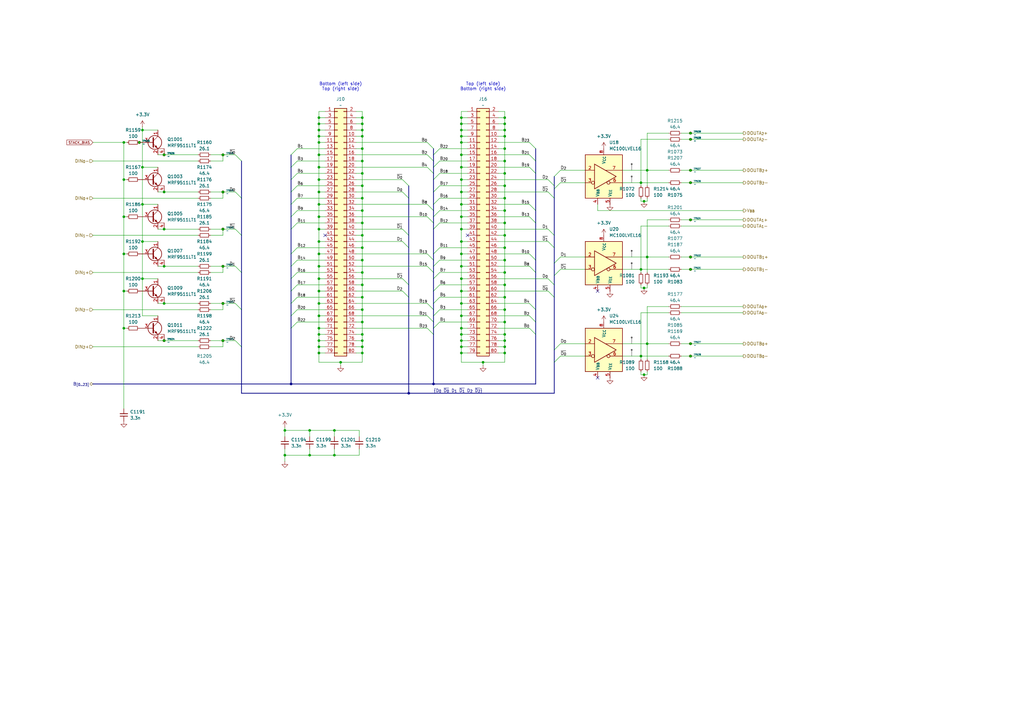
<source format=kicad_sch>
(kicad_sch (version 20231120) (generator "eeschema") (generator_version "8.0")
  (paper "A3")
  (junction (at 91.44 63.5))
  (junction (at 207.01 142.24))
  (junction (at 116.84 176.53))
  (junction (at 148.59 48.26))
  (junction (at 67.31 139.7))
  (junction (at 207.01 137.16))
  (junction (at 130.81 109.22))
  (junction (at 130.81 93.98))
  (junction (at 50.8 119.38))
  (junction (at 207.01 86.36))
  (junction (at 283.21 54.61))
  (junction (at 91.44 109.22))
  (junction (at 130.81 55.88))
  (junction (at 50.8 88.9))
  (junction (at 207.01 53.34))
  (junction (at 207.01 91.44))
  (junction (at 130.81 50.8))
  (junction (at 207.01 48.26))
  (junction (at 189.23 48.26))
  (junction (at 130.81 129.54))
  (junction (at 130.81 63.5))
  (junction (at 130.81 48.26))
  (junction (at 91.44 93.98))
  (junction (at 58.42 83.82))
  (junction (at 189.23 99.06))
  (junction (at 130.81 139.7))
  (junction (at 207.01 50.8))
  (junction (at 148.59 111.76))
  (junction (at 137.16 186.69))
  (junction (at 148.59 66.04))
  (junction (at 130.81 134.62))
  (junction (at 130.81 58.42))
  (junction (at 148.59 81.28))
  (junction (at 265.43 140.97))
  (junction (at 130.81 144.78))
  (junction (at 167.64 161.29))
  (junction (at 67.31 109.22))
  (junction (at 148.59 86.36))
  (junction (at 58.42 68.58))
  (junction (at 148.59 50.8))
  (junction (at 283.21 57.15))
  (junction (at 67.31 63.5))
  (junction (at 207.01 76.2))
  (junction (at 50.8 134.62))
  (junction (at 207.01 111.76))
  (junction (at 264.16 153.67))
  (junction (at 130.81 104.14))
  (junction (at 207.01 81.28))
  (junction (at 207.01 139.7))
  (junction (at 207.01 96.52))
  (junction (at 265.43 105.41))
  (junction (at 207.01 116.84))
  (junction (at 91.44 139.7))
  (junction (at 130.81 68.58))
  (junction (at 189.23 119.38))
  (junction (at 283.21 146.05))
  (junction (at 207.01 127))
  (junction (at 264.16 82.55))
  (junction (at 130.81 73.66))
  (junction (at 189.23 114.3))
  (junction (at 130.81 83.82))
  (junction (at 130.81 137.16))
  (junction (at 148.59 121.92))
  (junction (at 57.15 58.42))
  (junction (at 189.23 63.5))
  (junction (at 189.23 139.7))
  (junction (at 58.42 114.3))
  (junction (at 189.23 53.34))
  (junction (at 265.43 69.85))
  (junction (at 148.59 96.52))
  (junction (at 148.59 71.12))
  (junction (at 148.59 91.44))
  (junction (at 264.16 118.11))
  (junction (at 130.81 124.46))
  (junction (at 189.23 109.22))
  (junction (at 207.01 132.08))
  (junction (at 119.38 157.48))
  (junction (at 189.23 134.62))
  (junction (at 283.21 69.85))
  (junction (at 50.8 58.42))
  (junction (at 283.21 110.49))
  (junction (at 189.23 142.24))
  (junction (at 283.21 74.93))
  (junction (at 207.01 71.12))
  (junction (at 130.81 88.9))
  (junction (at 189.23 58.42))
  (junction (at 91.44 124.46))
  (junction (at 137.16 176.53))
  (junction (at 148.59 142.24))
  (junction (at 189.23 124.46))
  (junction (at 148.59 55.88))
  (junction (at 148.59 53.34))
  (junction (at 91.44 78.74))
  (junction (at 189.23 50.8))
  (junction (at 207.01 144.78))
  (junction (at 189.23 104.14))
  (junction (at 148.59 106.68))
  (junction (at 262.89 74.93))
  (junction (at 262.89 146.05))
  (junction (at 283.21 105.41))
  (junction (at 130.81 99.06))
  (junction (at 148.59 137.16))
  (junction (at 189.23 93.98))
  (junction (at 148.59 139.7))
  (junction (at 262.89 110.49))
  (junction (at 189.23 83.82))
  (junction (at 148.59 116.84))
  (junction (at 207.01 121.92))
  (junction (at 127 186.69))
  (junction (at 67.31 78.74))
  (junction (at 130.81 119.38))
  (junction (at 67.31 124.46))
  (junction (at 58.42 53.34))
  (junction (at 50.8 73.66))
  (junction (at 207.01 106.68))
  (junction (at 148.59 132.08))
  (junction (at 189.23 55.88))
  (junction (at 189.23 78.74))
  (junction (at 207.01 66.04))
  (junction (at 116.84 186.69))
  (junction (at 58.42 99.06))
  (junction (at 148.59 144.78))
  (junction (at 189.23 129.54))
  (junction (at 148.59 60.96))
  (junction (at 50.8 104.14))
  (junction (at 67.31 93.98))
  (junction (at 148.59 101.6))
  (junction (at 207.01 60.96))
  (junction (at 198.12 148.59))
  (junction (at 177.8 157.48))
  (junction (at 189.23 137.16))
  (junction (at 283.21 140.97))
  (junction (at 130.81 142.24))
  (junction (at 148.59 127))
  (junction (at 189.23 73.66))
  (junction (at 207.01 101.6))
  (junction (at 130.81 114.3))
  (junction (at 189.23 68.58))
  (junction (at 139.7 148.59))
  (junction (at 189.23 88.9))
  (junction (at 127 176.53))
  (junction (at 130.81 53.34))
  (junction (at 148.59 76.2))
  (junction (at 283.21 90.17))
  (junction (at 207.01 55.88))
  (junction (at 130.81 78.74))
  (junction (at 189.23 144.78))
  (no_connect (at 245.11 119.38))
  (no_connect (at 133.35 96.52))
  (no_connect (at 245.11 154.94))
  (no_connect (at 191.77 96.52))
  (bus_entry (at 119.38 78.74) (size 2.54 -2.54))
  (bus_entry (at 165.1 93.98) (size 2.54 2.54))
  (bus_entry (at 227.33 101.6) (size -2.54 -2.54))
  (bus_entry (at 177.8 119.38) (size 2.54 -2.54))
  (bus_entry (at 175.26 109.22) (size 2.54 2.54))
  (bus_entry (at 227.33 72.39) (size 2.54 -2.54))
  (bus_entry (at 217.17 58.42) (size 2.54 2.54))
  (bus_entry (at 175.26 134.62) (size 2.54 2.54))
  (bus_entry (at 177.8 73.66) (size 2.54 -2.54))
  (bus_entry (at 217.17 83.82) (size 2.54 2.54))
  (bus_entry (at 119.38 119.38) (size 2.54 -2.54))
  (bus_entry (at 217.17 88.9) (size 2.54 2.54))
  (bus_entry (at 165.1 114.3) (size 2.54 2.54))
  (bus_entry (at 217.17 134.62) (size 2.54 2.54))
  (bus_entry (at 175.26 68.58) (size 2.54 2.54))
  (bus_entry (at 217.17 104.14) (size 2.54 2.54))
  (bus_entry (at 96.52 93.98) (size 2.54 2.54))
  (bus_entry (at 119.38 109.22) (size 2.54 -2.54))
  (bus_entry (at 227.33 148.59) (size 2.54 -2.54))
  (bus_entry (at 119.38 114.3) (size 2.54 -2.54))
  (bus_entry (at 175.26 129.54) (size 2.54 2.54))
  (bus_entry (at 175.26 63.5) (size 2.54 2.54))
  (bus_entry (at 175.26 124.46) (size 2.54 2.54))
  (bus_entry (at 175.26 88.9) (size 2.54 2.54))
  (bus_entry (at 96.52 139.7) (size 2.54 2.54))
  (bus_entry (at 227.33 77.47) (size 2.54 -2.54))
  (bus_entry (at 165.1 99.06) (size 2.54 2.54))
  (bus_entry (at 227.33 81.28) (size -2.54 -2.54))
  (bus_entry (at 177.8 124.46) (size 2.54 -2.54))
  (bus_entry (at 119.38 124.46) (size 2.54 -2.54))
  (bus_entry (at 96.52 63.5) (size 2.54 2.54))
  (bus_entry (at 165.1 73.66) (size 2.54 2.54))
  (bus_entry (at 177.8 114.3) (size 2.54 -2.54))
  (bus_entry (at 165.1 78.74) (size 2.54 2.54))
  (bus_entry (at 119.38 68.58) (size 2.54 -2.54))
  (bus_entry (at 119.38 83.82) (size 2.54 -2.54))
  (bus_entry (at 227.33 143.51) (size 2.54 -2.54))
  (bus_entry (at 177.8 78.74) (size 2.54 -2.54))
  (bus_entry (at 119.38 93.98) (size 2.54 -2.54))
  (bus_entry (at 217.17 68.58) (size 2.54 2.54))
  (bus_entry (at 175.26 83.82) (size 2.54 2.54))
  (bus_entry (at 119.38 104.14) (size 2.54 -2.54))
  (bus_entry (at 175.26 104.14) (size 2.54 2.54))
  (bus_entry (at 227.33 121.92) (size -2.54 -2.54))
  (bus_entry (at 227.33 76.2) (size -2.54 -2.54))
  (bus_entry (at 217.17 124.46) (size 2.54 2.54))
  (bus_entry (at 177.8 63.5) (size 2.54 -2.54))
  (bus_entry (at 177.8 104.14) (size 2.54 -2.54))
  (bus_entry (at 177.8 88.9) (size 2.54 -2.54))
  (bus_entry (at 177.8 129.54) (size 2.54 -2.54))
  (bus_entry (at 119.38 134.62) (size 2.54 -2.54))
  (bus_entry (at 177.8 109.22) (size 2.54 -2.54))
  (bus_entry (at 119.38 63.5) (size 2.54 -2.54))
  (bus_entry (at 177.8 93.98) (size 2.54 -2.54))
  (bus_entry (at 217.17 129.54) (size 2.54 2.54))
  (bus_entry (at 175.26 58.42) (size 2.54 2.54))
  (bus_entry (at 96.52 78.74) (size 2.54 2.54))
  (bus_entry (at 217.17 109.22) (size 2.54 2.54))
  (bus_entry (at 177.8 134.62) (size 2.54 -2.54))
  (bus_entry (at 96.52 124.46) (size 2.54 2.54))
  (bus_entry (at 177.8 83.82) (size 2.54 -2.54))
  (bus_entry (at 119.38 129.54) (size 2.54 -2.54))
  (bus_entry (at 227.33 116.84) (size -2.54 -2.54))
  (bus_entry (at 119.38 88.9) (size 2.54 -2.54))
  (bus_entry (at 227.33 113.03) (size 2.54 -2.54))
  (bus_entry (at 165.1 119.38) (size 2.54 2.54))
  (bus_entry (at 119.38 73.66) (size 2.54 -2.54))
  (bus_entry (at 96.52 109.22) (size 2.54 2.54))
  (bus_entry (at 227.33 96.52) (size -2.54 -2.54))
  (bus_entry (at 217.17 63.5) (size 2.54 2.54))
  (bus_entry (at 177.8 68.58) (size 2.54 -2.54))
  (bus_entry (at 227.33 107.95) (size 2.54 -2.54))
  (wire (pts (xy 50.8 134.62) (xy 50.8 167.64)))
  (wire (pts (xy 130.81 78.74) (xy 130.81 83.82)))
  (wire (pts (xy 204.47 73.66) (xy 224.79 73.66)))
  (wire (pts (xy 148.59 101.6) (xy 146.05 101.6)))
  (wire (pts (xy 91.44 78.74) (xy 96.52 78.74)))
  (wire (pts (xy 229.87 74.93) (xy 240.03 74.93)))
  (wire (pts (xy 189.23 48.26) (xy 191.77 48.26)))
  (wire (pts (xy 64.77 139.7) (xy 67.31 139.7)))
  (wire (pts (xy 130.81 63.5) (xy 130.81 68.58)))
  (wire (pts (xy 274.32 140.97) (xy 265.43 140.97)))
  (wire (pts (xy 189.23 142.24) (xy 191.77 142.24)))
  (wire (pts (xy 148.59 127) (xy 148.59 132.08)))
  (bus (pts (xy 177.8 109.22) (xy 177.8 111.76)))
  (wire (pts (xy 38.1 81.28) (xy 81.28 81.28)))
  (wire (pts (xy 148.59 48.26) (xy 148.59 45.72)))
  (wire (pts (xy 279.4 125.73) (xy 304.8 125.73)))
  (wire (pts (xy 189.23 68.58) (xy 191.77 68.58)))
  (bus (pts (xy 227.33 148.59) (xy 227.33 161.29)))
  (wire (pts (xy 81.28 109.22) (xy 67.31 109.22)))
  (wire (pts (xy 130.81 73.66) (xy 133.35 73.66)))
  (wire (pts (xy 86.36 81.28) (xy 91.44 81.28)))
  (wire (pts (xy 127 176.53) (xy 116.84 176.53)))
  (wire (pts (xy 262.89 118.11) (xy 264.16 118.11)))
  (wire (pts (xy 207.01 142.24) (xy 207.01 139.7)))
  (bus (pts (xy 119.38 104.14) (xy 119.38 109.22)))
  (wire (pts (xy 130.81 104.14) (xy 130.81 109.22)))
  (wire (pts (xy 146.05 99.06) (xy 165.1 99.06)))
  (wire (pts (xy 189.23 83.82) (xy 189.23 88.9)))
  (wire (pts (xy 116.84 176.53) (xy 116.84 179.07)))
  (wire (pts (xy 148.59 111.76) (xy 146.05 111.76)))
  (wire (pts (xy 204.47 144.78) (xy 207.01 144.78)))
  (wire (pts (xy 50.8 58.42) (xy 50.8 73.66)))
  (wire (pts (xy 207.01 96.52) (xy 207.01 101.6)))
  (wire (pts (xy 58.42 53.34) (xy 58.42 68.58)))
  (wire (pts (xy 91.44 109.22) (xy 96.52 109.22)))
  (wire (pts (xy 148.59 76.2) (xy 148.59 81.28)))
  (wire (pts (xy 121.92 127) (xy 133.35 127)))
  (wire (pts (xy 189.23 93.98) (xy 191.77 93.98)))
  (bus (pts (xy 167.64 101.6) (xy 167.64 116.84)))
  (wire (pts (xy 204.47 50.8) (xy 207.01 50.8)))
  (wire (pts (xy 146.05 73.66) (xy 165.1 73.66)))
  (bus (pts (xy 219.71 91.44) (xy 219.71 106.68)))
  (wire (pts (xy 121.92 66.04) (xy 133.35 66.04)))
  (wire (pts (xy 279.4 128.27) (xy 304.8 128.27)))
  (wire (pts (xy 50.8 73.66) (xy 52.07 73.66)))
  (wire (pts (xy 207.01 101.6) (xy 207.01 106.68)))
  (wire (pts (xy 130.81 55.88) (xy 133.35 55.88)))
  (wire (pts (xy 217.17 88.9) (xy 204.47 88.9)))
  (wire (pts (xy 217.17 109.22) (xy 204.47 109.22)))
  (bus (pts (xy 177.8 132.08) (xy 177.8 134.62)))
  (wire (pts (xy 86.36 78.74) (xy 91.44 78.74)))
  (wire (pts (xy 189.23 124.46) (xy 191.77 124.46)))
  (wire (pts (xy 137.16 186.69) (xy 127 186.69)))
  (wire (pts (xy 180.34 86.36) (xy 191.77 86.36)))
  (wire (pts (xy 189.23 45.72) (xy 189.23 48.26)))
  (wire (pts (xy 189.23 58.42) (xy 189.23 63.5)))
  (wire (pts (xy 38.1 111.76) (xy 81.28 111.76)))
  (wire (pts (xy 180.34 111.76) (xy 191.77 111.76)))
  (wire (pts (xy 274.32 92.71) (xy 262.89 92.71)))
  (wire (pts (xy 130.81 58.42) (xy 130.81 63.5)))
  (wire (pts (xy 283.21 105.41) (xy 304.8 105.41)))
  (wire (pts (xy 148.59 91.44) (xy 148.59 96.52)))
  (wire (pts (xy 121.92 60.96) (xy 133.35 60.96)))
  (wire (pts (xy 146.05 45.72) (xy 148.59 45.72)))
  (wire (pts (xy 86.36 142.24) (xy 91.44 142.24)))
  (wire (pts (xy 255.27 110.49) (xy 262.89 110.49)))
  (wire (pts (xy 204.47 66.04) (xy 207.01 66.04)))
  (wire (pts (xy 217.17 63.5) (xy 204.47 63.5)))
  (bus (pts (xy 177.8 78.74) (xy 177.8 83.82)))
  (wire (pts (xy 148.59 116.84) (xy 146.05 116.84)))
  (wire (pts (xy 204.47 55.88) (xy 207.01 55.88)))
  (wire (pts (xy 116.84 186.69) (xy 116.84 189.23)))
  (bus (pts (xy 119.38 124.46) (xy 119.38 129.54)))
  (wire (pts (xy 121.92 86.36) (xy 133.35 86.36)))
  (bus (pts (xy 227.33 96.52) (xy 227.33 101.6)))
  (wire (pts (xy 189.23 148.59) (xy 198.12 148.59)))
  (wire (pts (xy 262.89 74.93) (xy 255.27 74.93)))
  (wire (pts (xy 91.44 142.24) (xy 91.44 139.7)))
  (wire (pts (xy 64.77 63.5) (xy 67.31 63.5)))
  (wire (pts (xy 130.81 50.8) (xy 130.81 48.26)))
  (wire (pts (xy 130.81 50.8) (xy 133.35 50.8)))
  (wire (pts (xy 130.81 119.38) (xy 130.81 124.46)))
  (wire (pts (xy 262.89 110.49) (xy 274.32 110.49)))
  (bus (pts (xy 219.71 86.36) (xy 219.71 91.44)))
  (wire (pts (xy 81.28 63.5) (xy 67.31 63.5)))
  (wire (pts (xy 148.59 60.96) (xy 146.05 60.96)))
  (wire (pts (xy 175.26 129.54) (xy 146.05 129.54)))
  (wire (pts (xy 130.81 124.46) (xy 130.81 129.54)))
  (wire (pts (xy 121.92 121.92) (xy 133.35 121.92)))
  (wire (pts (xy 130.81 134.62) (xy 130.81 137.16)))
  (bus (pts (xy 99.06 142.24) (xy 99.06 161.29)))
  (wire (pts (xy 207.01 86.36) (xy 207.01 91.44)))
  (wire (pts (xy 279.4 69.85) (xy 283.21 69.85)))
  (wire (pts (xy 148.59 132.08) (xy 146.05 132.08)))
  (wire (pts (xy 180.34 76.2) (xy 191.77 76.2)))
  (bus (pts (xy 219.71 60.96) (xy 219.71 66.04)))
  (wire (pts (xy 121.92 71.12) (xy 133.35 71.12)))
  (wire (pts (xy 262.89 82.55) (xy 264.16 82.55)))
  (bus (pts (xy 119.38 157.48) (xy 177.8 157.48)))
  (wire (pts (xy 148.59 111.76) (xy 148.59 116.84)))
  (wire (pts (xy 245.11 86.36) (xy 304.8 86.36)))
  (bus (pts (xy 119.38 134.62) (xy 119.38 157.48)))
  (wire (pts (xy 262.89 81.28) (xy 262.89 82.55)))
  (wire (pts (xy 189.23 124.46) (xy 189.23 129.54)))
  (bus (pts (xy 119.38 129.54) (xy 119.38 134.62)))
  (wire (pts (xy 38.1 96.52) (xy 81.28 96.52)))
  (wire (pts (xy 58.42 68.58) (xy 58.42 83.82)))
  (wire (pts (xy 189.23 78.74) (xy 191.77 78.74)))
  (bus (pts (xy 219.71 111.76) (xy 219.71 127)))
  (wire (pts (xy 204.47 53.34) (xy 207.01 53.34)))
  (wire (pts (xy 116.84 184.15) (xy 116.84 186.69)))
  (wire (pts (xy 265.43 54.61) (xy 265.43 69.85)))
  (wire (pts (xy 130.81 78.74) (xy 133.35 78.74)))
  (wire (pts (xy 207.01 144.78) (xy 207.01 142.24)))
  (wire (pts (xy 64.77 53.34) (xy 58.42 53.34)))
  (wire (pts (xy 189.23 63.5) (xy 189.23 68.58)))
  (wire (pts (xy 180.34 121.92) (xy 191.77 121.92)))
  (wire (pts (xy 265.43 90.17) (xy 265.43 105.41)))
  (wire (pts (xy 204.47 86.36) (xy 207.01 86.36)))
  (wire (pts (xy 189.23 48.26) (xy 189.23 50.8)))
  (wire (pts (xy 148.59 142.24) (xy 146.05 142.24)))
  (wire (pts (xy 175.26 63.5) (xy 146.05 63.5)))
  (wire (pts (xy 148.59 137.16) (xy 146.05 137.16)))
  (wire (pts (xy 148.59 144.78) (xy 148.59 148.59)))
  (wire (pts (xy 265.43 69.85) (xy 265.43 76.2)))
  (wire (pts (xy 116.84 175.26) (xy 116.84 176.53)))
  (wire (pts (xy 50.8 119.38) (xy 52.07 119.38)))
  (wire (pts (xy 175.26 109.22) (xy 146.05 109.22)))
  (wire (pts (xy 130.81 53.34) (xy 133.35 53.34)))
  (wire (pts (xy 147.32 176.53) (xy 147.32 179.07)))
  (wire (pts (xy 175.26 124.46) (xy 146.05 124.46)))
  (wire (pts (xy 229.87 105.41) (xy 240.03 105.41)))
  (wire (pts (xy 175.26 83.82) (xy 146.05 83.82)))
  (wire (pts (xy 130.81 144.78) (xy 130.81 142.24)))
  (bus (pts (xy 219.71 106.68) (xy 219.71 111.76)))
  (wire (pts (xy 139.7 148.59) (xy 130.81 148.59)))
  (bus (pts (xy 119.38 73.66) (xy 119.38 78.74)))
  (wire (pts (xy 207.01 148.59) (xy 207.01 144.78)))
  (wire (pts (xy 127 186.69) (xy 116.84 186.69)))
  (wire (pts (xy 279.4 105.41) (xy 283.21 105.41)))
  (bus (pts (xy 177.8 134.62) (xy 177.8 137.16)))
  (bus (pts (xy 177.8 114.3) (xy 177.8 119.38)))
  (wire (pts (xy 130.81 129.54) (xy 133.35 129.54)))
  (wire (pts (xy 265.43 125.73) (xy 274.32 125.73)))
  (wire (pts (xy 64.77 78.74) (xy 67.31 78.74)))
  (wire (pts (xy 198.12 148.59) (xy 207.01 148.59)))
  (wire (pts (xy 204.47 119.38) (xy 224.79 119.38)))
  (bus (pts (xy 177.8 119.38) (xy 177.8 124.46)))
  (wire (pts (xy 283.21 54.61) (xy 304.8 54.61)))
  (wire (pts (xy 148.59 139.7) (xy 148.59 142.24)))
  (bus (pts (xy 219.71 127) (xy 219.71 132.08)))
  (wire (pts (xy 130.81 109.22) (xy 133.35 109.22)))
  (wire (pts (xy 148.59 137.16) (xy 148.59 139.7)))
  (wire (pts (xy 148.59 106.68) (xy 148.59 111.76)))
  (bus (pts (xy 167.64 81.28) (xy 167.64 96.52)))
  (wire (pts (xy 130.81 142.24) (xy 133.35 142.24)))
  (wire (pts (xy 130.81 63.5) (xy 133.35 63.5)))
  (wire (pts (xy 148.59 71.12) (xy 146.05 71.12)))
  (wire (pts (xy 189.23 58.42) (xy 191.77 58.42)))
  (wire (pts (xy 121.92 76.2) (xy 133.35 76.2)))
  (wire (pts (xy 130.81 83.82) (xy 130.81 88.9)))
  (wire (pts (xy 50.8 88.9) (xy 52.07 88.9)))
  (wire (pts (xy 130.81 109.22) (xy 130.81 114.3)))
  (wire (pts (xy 189.23 104.14) (xy 189.23 109.22)))
  (wire (pts (xy 217.17 104.14) (xy 204.47 104.14)))
  (wire (pts (xy 64.77 99.06) (xy 58.42 99.06)))
  (wire (pts (xy 139.7 148.59) (xy 139.7 149.86)))
  (wire (pts (xy 81.28 78.74) (xy 67.31 78.74)))
  (bus (pts (xy 119.38 83.82) (xy 119.38 88.9)))
  (wire (pts (xy 91.44 124.46) (xy 96.52 124.46)))
  (wire (pts (xy 198.12 148.59) (xy 198.12 149.86)))
  (wire (pts (xy 207.01 106.68) (xy 207.01 111.76)))
  (wire (pts (xy 50.8 73.66) (xy 50.8 88.9)))
  (wire (pts (xy 91.44 111.76) (xy 91.44 109.22)))
  (wire (pts (xy 133.35 58.42) (xy 130.81 58.42)))
  (wire (pts (xy 146.05 144.78) (xy 148.59 144.78)))
  (wire (pts (xy 130.81 45.72) (xy 133.35 45.72)))
  (bus (pts (xy 227.33 161.29) (xy 167.64 161.29)))
  (wire (pts (xy 58.42 99.06) (xy 58.42 83.82)))
  (wire (pts (xy 279.4 146.05) (xy 283.21 146.05)))
  (wire (pts (xy 229.87 146.05) (xy 240.03 146.05)))
  (wire (pts (xy 64.77 93.98) (xy 67.31 93.98)))
  (wire (pts (xy 189.23 139.7) (xy 191.77 139.7)))
  (wire (pts (xy 189.23 119.38) (xy 191.77 119.38)))
  (wire (pts (xy 189.23 142.24) (xy 189.23 139.7)))
  (wire (pts (xy 58.42 68.58) (xy 64.77 68.58)))
  (wire (pts (xy 217.17 124.46) (xy 204.47 124.46)))
  (wire (pts (xy 189.23 137.16) (xy 191.77 137.16)))
  (wire (pts (xy 189.23 99.06) (xy 189.23 104.14)))
  (wire (pts (xy 180.34 91.44) (xy 191.77 91.44)))
  (bus (pts (xy 167.64 116.84) (xy 167.64 121.92)))
  (wire (pts (xy 207.01 91.44) (xy 207.01 96.52)))
  (wire (pts (xy 91.44 66.04) (xy 91.44 63.5)))
  (bus (pts (xy 167.64 76.2) (xy 167.64 81.28)))
  (wire (pts (xy 86.36 111.76) (xy 91.44 111.76)))
  (wire (pts (xy 121.92 116.84) (xy 133.35 116.84)))
  (wire (pts (xy 204.47 139.7) (xy 207.01 139.7)))
  (wire (pts (xy 86.36 124.46) (xy 91.44 124.46)))
  (wire (pts (xy 262.89 74.93) (xy 262.89 57.15)))
  (bus (pts (xy 119.38 119.38) (xy 119.38 124.46)))
  (bus (pts (xy 219.71 132.08) (xy 219.71 137.16)))
  (wire (pts (xy 262.89 146.05) (xy 262.89 147.32)))
  (wire (pts (xy 217.17 129.54) (xy 204.47 129.54)))
  (wire (pts (xy 81.28 139.7) (xy 67.31 139.7)))
  (wire (pts (xy 38.1 142.24) (xy 81.28 142.24)))
  (wire (pts (xy 175.26 68.58) (xy 146.05 68.58)))
  (bus (pts (xy 227.33 81.28) (xy 227.33 96.52)))
  (wire (pts (xy 279.4 57.15) (xy 283.21 57.15)))
  (wire (pts (xy 121.92 91.44) (xy 133.35 91.44)))
  (wire (pts (xy 279.4 92.71) (xy 304.8 92.71)))
  (wire (pts (xy 175.26 134.62) (xy 146.05 134.62)))
  (wire (pts (xy 130.81 142.24) (xy 130.81 139.7)))
  (wire (pts (xy 133.35 144.78) (xy 130.81 144.78)))
  (wire (pts (xy 64.77 129.54) (xy 58.42 129.54)))
  (wire (pts (xy 130.81 88.9) (xy 130.81 93.98)))
  (wire (pts (xy 189.23 88.9) (xy 189.23 93.98)))
  (wire (pts (xy 130.81 48.26) (xy 133.35 48.26)))
  (bus (pts (xy 38.1 157.48) (xy 119.38 157.48)))
  (wire (pts (xy 279.4 90.17) (xy 283.21 90.17)))
  (wire (pts (xy 264.16 118.11) (xy 265.43 118.11)))
  (wire (pts (xy 130.81 104.14) (xy 133.35 104.14)))
  (wire (pts (xy 146.05 48.26) (xy 148.59 48.26)))
  (wire (pts (xy 189.23 114.3) (xy 191.77 114.3)))
  (wire (pts (xy 130.81 58.42) (xy 130.81 55.88)))
  (bus (pts (xy 177.8 93.98) (xy 177.8 104.14)))
  (wire (pts (xy 86.36 63.5) (xy 91.44 63.5)))
  (bus (pts (xy 99.06 111.76) (xy 99.06 127)))
  (wire (pts (xy 207.01 137.16) (xy 204.47 137.16)))
  (wire (pts (xy 180.34 81.28) (xy 191.77 81.28)))
  (wire (pts (xy 137.16 176.53) (xy 137.16 179.07)))
  (wire (pts (xy 86.36 139.7) (xy 91.44 139.7)))
  (wire (pts (xy 91.44 139.7) (xy 96.52 139.7)))
  (wire (pts (xy 50.8 88.9) (xy 50.8 104.14)))
  (wire (pts (xy 191.77 45.72) (xy 189.23 45.72)))
  (wire (pts (xy 279.4 54.61) (xy 283.21 54.61)))
  (wire (pts (xy 283.21 110.49) (xy 304.8 110.49)))
  (bus (pts (xy 177.8 104.14) (xy 177.8 106.68)))
  (wire (pts (xy 130.81 114.3) (xy 130.81 119.38)))
  (wire (pts (xy 217.17 134.62) (xy 204.47 134.62)))
  (bus (pts (xy 219.71 137.16) (xy 219.71 157.48)))
  (bus (pts (xy 227.33 121.92) (xy 227.33 143.51)))
  (wire (pts (xy 58.42 83.82) (xy 64.77 83.82)))
  (wire (pts (xy 148.59 106.68) (xy 146.05 106.68)))
  (bus (pts (xy 177.8 111.76) (xy 177.8 114.3)))
  (wire (pts (xy 189.23 50.8) (xy 191.77 50.8)))
  (wire (pts (xy 262.89 92.71) (xy 262.89 110.49)))
  (wire (pts (xy 91.44 81.28) (xy 91.44 78.74)))
  (wire (pts (xy 207.01 60.96) (xy 207.01 66.04)))
  (wire (pts (xy 207.01 132.08) (xy 207.01 137.16)))
  (wire (pts (xy 91.44 93.98) (xy 96.52 93.98)))
  (bus (pts (xy 99.06 66.04) (xy 99.06 81.28)))
  (wire (pts (xy 207.01 55.88) (xy 207.01 60.96)))
  (wire (pts (xy 146.05 55.88) (xy 148.59 55.88)))
  (wire (pts (xy 148.59 55.88) (xy 148.59 53.34)))
  (wire (pts (xy 207.01 111.76) (xy 207.01 116.84)))
  (bus (pts (xy 177.8 73.66) (xy 177.8 78.74)))
  (wire (pts (xy 175.26 58.42) (xy 146.05 58.42)))
  (wire (pts (xy 204.47 81.28) (xy 207.01 81.28)))
  (wire (pts (xy 130.81 93.98) (xy 130.81 99.06)))
  (wire (pts (xy 121.92 106.68) (xy 133.35 106.68)))
  (wire (pts (xy 265.43 69.85) (xy 274.32 69.85)))
  (wire (pts (xy 146.05 78.74) (xy 165.1 78.74)))
  (wire (pts (xy 180.34 132.08) (xy 191.77 132.08)))
  (wire (pts (xy 91.44 127) (xy 91.44 124.46)))
  (wire (pts (xy 58.42 114.3) (xy 58.42 99.06)))
  (wire (pts (xy 207.01 55.88) (xy 207.01 53.34)))
  (wire (pts (xy 58.42 52.07) (xy 58.42 53.34)))
  (wire (pts (xy 130.81 48.26) (xy 130.81 45.72)))
  (wire (pts (xy 180.34 101.6) (xy 191.77 101.6)))
  (wire (pts (xy 91.44 96.52) (xy 91.44 93.98)))
  (wire (pts (xy 262.89 152.4) (xy 262.89 153.67)))
  (wire (pts (xy 229.87 140.97) (xy 240.03 140.97)))
  (wire (pts (xy 148.59 101.6) (xy 148.59 106.68)))
  (wire (pts (xy 265.43 118.11) (xy 265.43 116.84)))
  (wire (pts (xy 189.23 73.66) (xy 189.23 78.74)))
  (wire (pts (xy 189.23 144.78) (xy 189.23 148.59)))
  (bus (pts (xy 167.64 121.92) (xy 167.64 161.29)))
  (wire (pts (xy 180.34 66.04) (xy 191.77 66.04)))
  (bus (pts (xy 119.38 109.22) (xy 119.38 114.3)))
  (wire (pts (xy 180.34 60.96) (xy 191.77 60.96)))
  (wire (pts (xy 148.59 86.36) (xy 148.59 91.44)))
  (wire (pts (xy 130.81 88.9) (xy 133.35 88.9)))
  (bus (pts (xy 99.06 96.52) (xy 99.06 111.76)))
  (wire (pts (xy 262.89 110.49) (xy 262.89 111.76)))
  (wire (pts (xy 130.81 53.34) (xy 130.81 50.8)))
  (wire (pts (xy 137.16 184.15) (xy 137.16 186.69)))
  (wire (pts (xy 189.23 129.54) (xy 189.23 134.62)))
  (wire (pts (xy 86.36 93.98) (xy 91.44 93.98)))
  (bus (pts (xy 177.8 68.58) (xy 177.8 71.12)))
  (wire (pts (xy 204.47 142.24) (xy 207.01 142.24)))
  (wire (pts (xy 130.81 148.59) (xy 130.81 144.78)))
  (wire (pts (xy 147.32 176.53) (xy 137.16 176.53)))
  (wire (pts (xy 204.47 48.26) (xy 207.01 48.26)))
  (wire (pts (xy 255.27 140.97) (xy 265.43 140.97)))
  (bus (pts (xy 119.38 93.98) (xy 119.38 104.14)))
  (wire (pts (xy 262.89 146.05) (xy 274.32 146.05)))
  (wire (pts (xy 64.77 124.46) (xy 67.31 124.46)))
  (wire (pts (xy 130.81 55.88) (xy 130.81 53.34)))
  (bus (pts (xy 177.8 106.68) (xy 177.8 109.22)))
  (wire (pts (xy 180.34 116.84) (xy 191.77 116.84)))
  (bus (pts (xy 177.8 88.9) (xy 177.8 91.44)))
  (wire (pts (xy 262.89 153.67) (xy 264.16 153.67)))
  (wire (pts (xy 189.23 109.22) (xy 191.77 109.22)))
  (wire (pts (xy 265.43 105.41) (xy 274.32 105.41)))
  (wire (pts (xy 189.23 73.66) (xy 191.77 73.66)))
  (bus (pts (xy 177.8 124.46) (xy 177.8 127)))
  (wire (pts (xy 130.81 99.06) (xy 133.35 99.06)))
  (bus (pts (xy 177.8 157.48) (xy 219.71 157.48)))
  (wire (pts (xy 86.36 109.22) (xy 91.44 109.22)))
  (wire (pts (xy 130.81 139.7) (xy 130.81 137.16)))
  (wire (pts (xy 189.23 63.5) (xy 191.77 63.5)))
  (bus (pts (xy 177.8 137.16) (xy 177.8 157.48)))
  (bus (pts (xy 219.71 71.12) (xy 219.71 86.36)))
  (wire (pts (xy 189.23 109.22) (xy 189.23 114.3)))
  (wire (pts (xy 148.59 53.34) (xy 148.59 50.8)))
  (wire (pts (xy 148.59 121.92) (xy 146.05 121.92)))
  (bus (pts (xy 119.38 114.3) (xy 119.38 119.38)))
  (wire (pts (xy 148.59 66.04) (xy 146.05 66.04)))
  (bus (pts (xy 219.71 66.04) (xy 219.71 71.12)))
  (wire (pts (xy 204.47 76.2) (xy 207.01 76.2)))
  (wire (pts (xy 255.27 69.85) (xy 265.43 69.85)))
  (wire (pts (xy 148.59 81.28) (xy 148.59 86.36)))
  (wire (pts (xy 148.59 60.96) (xy 148.59 66.04)))
  (wire (pts (xy 121.92 132.08) (xy 133.35 132.08)))
  (wire (pts (xy 279.4 110.49) (xy 283.21 110.49)))
  (wire (pts (xy 130.81 134.62) (xy 133.35 134.62)))
  (wire (pts (xy 207.01 139.7) (xy 207.01 137.16)))
  (bus (pts (xy 177.8 60.96) (xy 177.8 63.5)))
  (wire (pts (xy 262.89 74.93) (xy 262.89 76.2)))
  (wire (pts (xy 204.47 101.6) (xy 207.01 101.6)))
  (wire (pts (xy 38.1 66.04) (xy 81.28 66.04)))
  (wire (pts (xy 207.01 66.04) (xy 207.01 71.12)))
  (wire (pts (xy 148.59 81.28) (xy 146.05 81.28)))
  (bus (pts (xy 119.38 63.5) (xy 119.38 68.58)))
  (wire (pts (xy 50.8 104.14) (xy 50.8 119.38)))
  (bus (pts (xy 177.8 91.44) (xy 177.8 93.98)))
  (wire (pts (xy 130.81 83.82) (xy 133.35 83.82)))
  (wire (pts (xy 229.87 69.85) (xy 240.03 69.85)))
  (wire (pts (xy 64.77 114.3) (xy 58.42 114.3)))
  (bus (pts (xy 177.8 63.5) (xy 177.8 66.04)))
  (wire (pts (xy 148.59 50.8) (xy 148.59 48.26)))
  (wire (pts (xy 175.26 104.14) (xy 146.05 104.14)))
  (wire (pts (xy 127 176.53) (xy 127 179.07)))
  (wire (pts (xy 265.43 90.17) (xy 274.32 90.17)))
  (wire (pts (xy 189.23 134.62) (xy 191.77 134.62)))
  (wire (pts (xy 189.23 114.3) (xy 189.23 119.38)))
  (wire (pts (xy 130.81 99.06) (xy 130.81 104.14)))
  (wire (pts (xy 204.47 132.08) (xy 207.01 132.08)))
  (wire (pts (xy 146.05 53.34) (xy 148.59 53.34)))
  (wire (pts (xy 148.59 71.12) (xy 148.59 76.2)))
  (wire (pts (xy 130.81 68.58) (xy 130.81 73.66)))
  (wire (pts (xy 130.81 73.66) (xy 130.81 78.74)))
  (wire (pts (xy 207.01 76.2) (xy 207.01 81.28)))
  (wire (pts (xy 146.05 93.98) (xy 165.1 93.98)))
  (wire (pts (xy 265.43 140.97) (xy 265.43 125.73)))
  (wire (pts (xy 189.23 55.88) (xy 191.77 55.88)))
  (bus (pts (xy 227.33 113.03) (xy 227.33 116.84)))
  (wire (pts (xy 283.21 90.17) (xy 304.8 90.17)))
  (wire (pts (xy 217.17 68.58) (xy 204.47 68.58)))
  (wire (pts (xy 262.89 128.27) (xy 262.89 146.05)))
  (wire (pts (xy 121.92 81.28) (xy 133.35 81.28)))
  (wire (pts (xy 86.36 96.52) (xy 91.44 96.52)))
  (bus (pts (xy 167.64 96.52) (xy 167.64 101.6)))
  (wire (pts (xy 58.42 129.54) (xy 58.42 114.3)))
  (wire (pts (xy 148.59 132.08) (xy 148.59 137.16)))
  (wire (pts (xy 148.59 144.78) (xy 148.59 142.24)))
  (wire (pts (xy 189.23 119.38) (xy 189.23 124.46)))
  (wire (pts (xy 189.23 68.58) (xy 189.23 73.66)))
  (wire (pts (xy 121.92 111.76) (xy 133.35 111.76)))
  (wire (pts (xy 86.36 127) (xy 91.44 127)))
  (bus (pts (xy 99.06 81.28) (xy 99.06 96.52)))
  (wire (pts (xy 130.81 114.3) (xy 133.35 114.3)))
  (wire (pts (xy 175.26 88.9) (xy 146.05 88.9)))
  (wire (pts (xy 146.05 139.7) (xy 148.59 139.7)))
  (bus (pts (xy 119.38 88.9) (xy 119.38 93.98)))
  (wire (pts (xy 38.1 58.42) (xy 50.8 58.42)))
  (wire (pts (xy 189.23 53.34) (xy 191.77 53.34)))
  (wire (pts (xy 189.23 50.8) (xy 189.23 53.34)))
  (bus (pts (xy 177.8 66.04) (xy 177.8 68.58)))
  (wire (pts (xy 127 184.15) (xy 127 186.69)))
  (bus (pts (xy 177.8 129.54) (xy 177.8 132.08)))
  (wire (pts (xy 274.32 128.27) (xy 262.89 128.27)))
  (wire (pts (xy 148.59 76.2) (xy 146.05 76.2)))
  (wire (pts (xy 207.01 116.84) (xy 207.01 121.92)))
  (wire (pts (xy 217.17 58.42) (xy 204.47 58.42)))
  (wire (pts (xy 130.81 119.38) (xy 133.35 119.38)))
  (bus (pts (xy 177.8 127) (xy 177.8 129.54)))
  (wire (pts (xy 148.59 116.84) (xy 148.59 121.92)))
  (wire (pts (xy 207.01 53.34) (xy 207.01 50.8)))
  (wire (pts (xy 148.59 121.92) (xy 148.59 127)))
  (wire (pts (xy 148.59 148.59) (xy 139.7 148.59)))
  (wire (pts (xy 207.01 81.28) (xy 207.01 86.36)))
  (wire (pts (xy 265.43 82.55) (xy 265.43 81.28)))
  (wire (pts (xy 64.77 109.22) (xy 67.31 109.22)))
  (bus (pts (xy 227.33 77.47) (xy 227.33 81.28)))
  (wire (pts (xy 121.92 101.6) (xy 133.35 101.6)))
  (wire (pts (xy 265.43 105.41) (xy 265.43 111.76)))
  (wire (pts (xy 91.44 63.5) (xy 96.52 63.5)))
  (wire (pts (xy 130.81 124.46) (xy 133.35 124.46)))
  (wire (pts (xy 262.89 116.84) (xy 262.89 118.11)))
  (wire (pts (xy 204.47 121.92) (xy 207.01 121.92)))
  (wire (pts (xy 204.47 111.76) (xy 207.01 111.76)))
  (wire (pts (xy 245.11 83.82) (xy 245.11 86.36)))
  (wire (pts (xy 217.17 83.82) (xy 204.47 83.82)))
  (wire (pts (xy 204.47 106.68) (xy 207.01 106.68)))
  (wire (pts (xy 81.28 124.46) (xy 67.31 124.46)))
  (wire (pts (xy 189.23 99.06) (xy 191.77 99.06)))
  (wire (pts (xy 86.36 66.04) (xy 91.44 66.04)))
  (wire (pts (xy 204.47 71.12) (xy 207.01 71.12)))
  (bus (pts (xy 167.64 161.29) (xy 99.06 161.29)))
  (wire (pts (xy 204.47 116.84) (xy 207.01 116.84)))
  (wire (pts (xy 204.47 93.98) (xy 224.79 93.98)))
  (wire (pts (xy 204.47 99.06) (xy 224.79 99.06)))
  (wire (pts (xy 189.23 55.88) (xy 189.23 58.42)))
  (wire (pts (xy 189.23 53.34) (xy 189.23 55.88)))
  (wire (pts (xy 255.27 146.05) (xy 262.89 146.05)))
  (bus (pts (xy 119.38 68.58) (xy 119.38 73.66)))
  (wire (pts (xy 207.01 127) (xy 207.01 132.08)))
  (wire (pts (xy 50.8 104.14) (xy 52.07 104.14)))
  (wire (pts (xy 283.21 57.15) (xy 304.8 57.15)))
  (wire (pts (xy 189.23 129.54) (xy 191.77 129.54)))
  (wire (pts (xy 207.01 48.26) (xy 207.01 45.72)))
  (bus (pts (xy 177.8 83.82) (xy 177.8 86.36)))
  (wire (pts (xy 283.21 146.05) (xy 304.8 146.05)))
  (wire (pts (xy 207.01 45.72) (xy 204.47 45.72)))
  (wire (pts (xy 130.81 139.7) (xy 133.35 139.7)))
  (wire (pts (xy 180.34 71.12) (xy 191.77 71.12)))
  (wire (pts (xy 207.01 50.8) (xy 207.01 48.26)))
  (wire (pts (xy 283.21 140.97) (xy 304.8 140.97)))
  (wire (pts (xy 279.4 74.93) (xy 283.21 74.93)))
  (wire (pts (xy 148.59 96.52) (xy 146.05 96.52)))
  (wire (pts (xy 204.47 60.96) (xy 207.01 60.96)))
  (wire (pts (xy 130.81 68.58) (xy 133.35 68.58)))
  (wire (pts (xy 189.23 78.74) (xy 189.23 83.82)))
  (wire (pts (xy 137.16 176.53) (xy 127 176.53)))
  (wire (pts (xy 81.28 93.98) (xy 67.31 93.98)))
  (wire (pts (xy 146.05 114.3) (xy 165.1 114.3)))
  (wire (pts (xy 146.05 119.38) (xy 165.1 119.38)))
  (wire (pts (xy 81.28 127) (xy 38.1 127)))
  (bus (pts (xy 177.8 71.12) (xy 177.8 73.66)))
  (wire (pts (xy 283.21 74.93) (xy 304.8 74.93)))
  (wire (pts (xy 283.21 69.85) (xy 304.8 69.85)))
  (wire (pts (xy 148.59 96.52) (xy 148.59 101.6)))
  (wire (pts (xy 274.32 54.61) (xy 265.43 54.61)))
  (wire (pts (xy 265.43 140.97) (xy 265.43 147.32)))
  (wire (pts (xy 262.89 57.15) (xy 274.32 57.15)))
  (wire (pts (xy 146.05 50.8) (xy 148.59 50.8)))
  (wire (pts (xy 50.8 58.42) (xy 52.07 58.42)))
  (wire (pts (xy 180.34 106.68) (xy 191.77 106.68)))
  (wire (pts (xy 265.43 153.67) (xy 265.43 152.4)))
  (wire (pts (xy 279.4 140.97) (xy 283.21 140.97)))
  (wire (pts (xy 262.89 74.93) (xy 274.32 74.93)))
  (bus (pts (xy 227.33 116.84) (xy 227.33 121.92)))
  (wire (pts (xy 50.8 134.62) (xy 52.07 134.62)))
  (bus (pts (xy 227.33 107.95) (xy 227.33 113.03)))
  (wire (pts (xy 148.59 86.36) (xy 146.05 86.36)))
  (wire (pts (xy 189.23 144.78) (xy 189.23 142.24)))
  (bus (pts (xy 227.33 101.6) (xy 227.33 107.95)))
  (bus (pts (xy 227.33 72.39) (xy 227.33 76.2)))
  (wire (pts (xy 189.23 137.16) (xy 189.23 134.62)))
  (wire (pts (xy 264.16 153.67) (xy 265.43 153.67)))
  (bus (pts (xy 227.33 143.51) (xy 227.33 148.59)))
  (wire (pts (xy 50.8 119.38) (xy 50.8 134.62)))
  (wire (pts (xy 147.32 184.15) (xy 147.32 186.69)))
  (wire (pts (xy 207.01 121.92) (xy 207.01 127)))
  (bus (pts (xy 119.38 78.74) (xy 119.38 83.82)))
  (wire (pts (xy 191.77 144.78) (xy 189.23 144.78)))
  (wire (pts (xy 204.47 91.44) (xy 207.01 91.44)))
  (wire (pts (xy 189.23 83.82) (xy 191.77 83.82)))
  (wire (pts (xy 189.23 104.14) (xy 191.77 104.14)))
  (wire (pts (xy 264.16 82.55) (xy 265.43 82.55)))
  (bus (pts (xy 227.33 76.2) (xy 227.33 77.47)))
  (wire (pts (xy 130.81 137.16) (xy 133.35 137.16)))
  (wire (pts (xy 148.59 91.44) (xy 146.05 91.44)))
  (wire (pts (xy 130.81 129.54) (xy 130.81 134.62)))
  (wire (pts (xy 189.23 139.7) (xy 189.23 137.16)))
  (wire (pts (xy 265.43 105.41) (xy 255.27 105.41)))
  (wire (pts (xy 189.23 88.9) (xy 191.77 88.9)))
  (wire (pts (xy 148.59 66.04) (xy 148.59 71.12)))
  (bus (pts (xy 177.8 86.36) (xy 177.8 88.9)))
  (wire (pts (xy 189.23 93.98) (xy 189.23 99.06)))
  (wire (pts (xy 229.87 110.49) (xy 240.03 110.49)))
  (wire (pts (xy 204.47 78.74) (xy 224.79 78.74)))
  (wire (pts (xy 148.59 127) (xy 146.05 127)))
  (wire (pts (xy 204.47 127) (xy 207.01 127)))
  (wire (pts (xy 148.59 55.88) (xy 148.59 60.96)))
  (wire (pts (xy 204.47 96.52) (xy 207.01 96.52)))
  (wire (pts (xy 180.34 127) (xy 191.77 127)))
  (wire (pts (xy 130.81 93.98) (xy 133.35 93.98)))
  (wire (pts (xy 147.32 186.69) (xy 137.16 186.69)))
  (wire (pts (xy 204.47 114.3) (xy 224.79 114.3)))
  (bus (pts (xy 99.06 127) (xy 99.06 142.24)))
  (wire (pts (xy 207.01 71.12) (xy 207.01 76.2)))
  (text "Bottom (left side)\nTop (right side)" (at 139.7 35.56 0) (effects (font (size 1.27 1.27))))
  (text "Top (left side)\nBottom (right side)" (at 198.12 35.56 0) (effects (font (size 1.27 1.27))))
  (label "B_{18}" (at 121.92 121.92 0))
  (label "B_{13}" (at 175.26 104.14 180))
  (label "B_{8}" (at 217.17 109.22 180))
  (label "B_{18}" (at 180.34 71.12 0))
  (label "B_{16}" (at 121.92 111.76 0))
  (label "B_{23}" (at 175.26 134.62 180))
  (label "B_{17}" (at 121.92 116.84 0))
  (label "~{D_{1}}" (at 229.87 110.49 0))
  (label "B_{4}" (at 175.26 68.58 180))
  (label "D_{2}" (at 165.1 119.38 180))
  (label "B_{0}" (at 217.17 134.62 180))
  (label "D_{2}" (at 224.79 73.66 180))
  (label "B_{14}" (at 180.34 86.36 0))
  (label "~{D_{2}}" (at 165.1 114.3 180))
  (label "D_{2}" (at 229.87 69.85 0))
  (label "B_{19}" (at 217.17 68.58 180))
  (label "B_{22}" (at 180.34 60.96 0))
  (label "~{D_{2}}" (at 96.52 124.46 180))
  (label "B_{6}" (at 180.34 116.84 0))
  (label "B_{12}" (at 121.92 101.6 0))
  (label "B_{9}" (at 180.34 106.68 0))
  (label "B_{23}" (at 217.17 58.42 180))
  (label "D_{1}" (at 165.1 99.06 180))
  (label "B_{8}" (at 175.26 83.82 180))
  (label "B_{5}" (at 121.92 71.12 0))
  (label "{D_{0} ~{D_{0}} D_{1} ~{D_{1}} D_{2} ~{D_{2}}}" (at 177.8 161.29 0))
  (label "B_{2}" (at 175.26 63.5 180))
  (label "~{D_{0}}" (at 165.1 73.66 180))
  (label "B_{11}" (at 121.92 91.44 0))
  (label "B_{21}" (at 217.17 63.5 180))
  (label "D_{2}" (at 96.52 139.7 180))
  (label "D_{1}" (at 229.87 105.41 0))
  (label "B_{14}" (at 121.92 106.68 0))
  (label "B_{15}" (at 217.17 83.82 180))
  (label "B_{1}" (at 180.34 132.08 0))
  (label "B_{2}" (at 217.17 129.54 180))
  (label "~{D_{0}}" (at 229.87 146.05 0))
  (label "B_{10}" (at 217.17 104.14 180))
  (label "B_{11}" (at 180.34 101.6 0))
  (label "B_{16}" (at 180.34 81.28 0))
  (label "B_{20}" (at 121.92 127 0))
  (label "B_{7}" (at 121.92 81.28 0))
  (label "B_{21}" (at 175.26 129.54 180))
  (label "B_{6}" (at 121.92 76.2 0))
  (label "B_{4}" (at 217.17 124.46 180))
  (label "B_{12}" (at 180.34 91.44 0))
  (label "~{D_{2}}" (at 229.87 74.93 0))
  (label "~{D_{0}}" (at 96.52 63.5 180))
  (label "D_{1}" (at 224.79 93.98 180))
  (label "B_{3}" (at 121.92 66.04 0))
  (label "B_{20}" (at 180.34 66.04 0))
  (label "B_{3}" (at 180.34 127 0))
  (label "B_{9}" (at 121.92 86.36 0))
  (label "D_{0}" (at 96.52 78.74 180))
  (label "D_{0}" (at 224.79 114.3 180))
  (label "B_{7}" (at 180.34 111.76 0))
  (label "B_{19}" (at 175.26 124.46 180))
  (label "B_{0}" (at 175.26 58.42 180))
  (label "~{D_{1}}" (at 224.79 99.06 180))
  (label "B_{10}" (at 175.26 88.9 180))
  (label "B_{13}" (at 217.17 88.9 180))
  (label "~{D_{1}}" (at 96.52 93.98 180))
  (label "B_{15}" (at 175.26 109.22 180))
  (label "~{D_{1}}" (at 165.1 93.98 180))
  (label "D_{0}" (at 165.1 78.74 180))
  (label "B_{5}" (at 180.34 121.92 0))
  (label "~{D_{2}}" (at 224.79 78.74 180))
  (label "D_{1}" (at 96.52 109.22 180))
  (label "B_{22}" (at 121.92 132.08 0))
  (label "B_{1}" (at 121.92 60.96 0))
  (label "~{D_{0}}" (at 224.79 119.38 180))
  (label "D_{0}" (at 229.87 140.97 0))
  (label "B_{17}" (at 180.34 76.2 0))
  (global_label "STACK_BIAS" (shape input) (at 38.1 58.42 180) (effects (font (size 1.016 1.016))) (property "Intersheetrefs" "${INTERSHEET_REFS}" (effects (hide yes))))
  (hierarchical_label "DIN_{2}-" (shape input) (at 38.1 127 180))
  (hierarchical_label "DOUTB_{1}-" (shape output) (at 304.8 110.49 0))
  (hierarchical_label "DIN_{0}-" (shape input) (at 38.1 66.04 180))
  (hierarchical_label "DOUTA_{1}+" (shape output) (at 304.8 90.17 0))
  (hierarchical_label "DIN_{1}+" (shape input) (at 38.1 111.76 180))
  (hierarchical_label "DOUTA_{2}-" (shape output) (at 304.8 57.15 0))
  (hierarchical_label "DOUTA_{1}-" (shape output) (at 304.8 92.71 0))
  (hierarchical_label "DIN_{2}+" (shape input) (at 38.1 142.24 180))
  (hierarchical_label "V_{BB}" (shape output) (at 304.8 86.36 0))
  (hierarchical_label "DOUTB_{2}+" (shape output) (at 304.8 69.85 0))
  (hierarchical_label "B_{[0..23]}" (shape bidirectional) (at 38.1 157.48 180))
  (hierarchical_label "DOUTA_{0}-" (shape output) (at 304.8 128.27 0))
  (hierarchical_label "DOUTB_{2}-" (shape output) (at 304.8 74.93 0))
  (hierarchical_label "DIN_{0}+" (shape input) (at 38.1 81.28 180))
  (hierarchical_label "DOUTB_{0}+" (shape output) (at 304.8 140.97 0))
  (hierarchical_label "DOUTB_{1}+" (shape output) (at 304.8 105.41 0))
  (hierarchical_label "DOUTA_{2}+" (shape output) (at 304.8 54.61 0))
  (hierarchical_label "DIN_{1}-" (shape input) (at 38.1 96.52 180))
  (hierarchical_label "DOUTB_{0}-" (shape output) (at 304.8 146.05 0))
  (hierarchical_label "DOUTA_{0}+" (shape output) (at 304.8 125.73 0))
  (netclass_flag "" (length 2.54) (shape dot) (at 259.08 140.97 0) (property "Netclass" "CmpOut" (effects (hide yes))))
  (netclass_flag "" (length 2.54) (shape dot) (at 259.08 105.41 0) (property "Netclass" "CmpOut" (effects (hide yes))))
  (netclass_flag "" (length 2.54) (shape dot) (at 259.08 74.93 0) (property "Netclass" "CmpOut" (effects (hide yes))))
  (netclass_flag "" (length 2.54) (shape dot) (at 259.08 110.49 0) (property "Netclass" "CmpOut" (effects (hide yes))))
  (netclass_flag "" (length 2.54) (shape dot) (at 259.08 69.85 0) (property "Netclass" "CmpOut" (effects (hide yes))))
  (netclass_flag "" (length 2.54) (shape dot) (at 259.08 146.05 0) (property "Netclass" "CmpOut" (effects (hide yes))))
  (symbol (lib_id "Device:R_Small") (at 276.86 110.49 270) (unit 1)
    (property "Reference" "R1083" (at 276.86 115.57 90))
    (property "Value" "46.4" (at 276.86 113.03 90))
    (property "Footprint" "fp:R0805" (effects (hide yes)))
    (property "Description" "Resistor, small symbol" (effects (hide yes)))
  )
  (symbol (lib_id "Device:R_Small") (at 54.61 58.42 90) (unit 1)
    (property "Reference" "R1159" (at 54.61 53.34 90))
    (property "Value" "100" (at 54.61 55.88 90))
    (property "Footprint" "fp:R0603" (effects (hide yes)))
    (property "Description" "Resistor, small symbol" (effects (hide yes)))
  )
  (symbol (lib_id "Device:C_Small") (at 50.8 170.18 180) (unit 1)
    (property "Reference" "C1191" (at 53.34 168.9035 0) (effects (justify right)))
    (property "Value" "3.3n" (at 53.34 171.4435 0) (effects (justify right)))
    (property "Footprint" "fp:C0603" (effects (hide yes)))
    (property "Description" "Unpolarized capacitor, small symbol" (effects (hide yes)))
  )
  (symbol (lib_id "16717a:GND") (at 198.12 149.86 0) (unit 1)
    (property "Reference" "#PWR0289" (effects (hide yes)))
    (property "Value" "GND" (effects (hide yes)))
    (property "Description" "Power symbol creates a global label with name \"GND\" , ground" (effects (hide yes)))
    (instances (project "" (path "" (reference "#PWR0289") (unit 1)) (path "" (reference "#PWR0290") (unit 1))))
  )
  (symbol (lib_id "Device:R_Small") (at 276.86 54.61 270) (unit 1)
    (property "Reference" "R1215" (at 276.86 49.53 90))
    (property "Value" "46.4" (at 276.86 52.07 90))
    (property "Footprint" "fp:R0805" (effects (hide yes)))
    (property "Description" "Resistor, small symbol" (effects (hide yes)))
  )
  (symbol (lib_id "Device:R_Small") (at 83.82 109.22 90) (unit 1)
    (property "Reference" "R1199" (at 83.82 104.14 90))
    (property "Value" "26.1" (at 83.82 106.68 90))
    (property "Footprint" "fp:R0805" (effects (hide yes)))
    (property "Description" "Resistor, small symbol" (effects (hide yes)))
  )
  (symbol (lib_id "Device:R_Small") (at 83.82 96.52 270) (unit 1)
    (property "Reference" "R1184" (at 83.82 99.06 90))
    (property "Value" "46.4" (at 83.82 101.6 90))
    (property "Footprint" "fp:R0805" (effects (hide yes)))
    (property "Description" "Resistor, small symbol" (effects (hide yes)))
  )
  (symbol (lib_id "Device:R_Small") (at 276.86 69.85 270) (unit 1)
    (property "Reference" "R1207" (at 276.86 64.77 90))
    (property "Value" "46.4" (at 276.86 67.31 90))
    (property "Footprint" "fp:R0805" (effects (hide yes)))
    (property "Description" "Resistor, small symbol" (effects (hide yes)))
  )
  (symbol (lib_id "Device:R_Small") (at 83.82 142.24 270) (unit 1)
    (property "Reference" "R1205" (at 83.82 146.05 90))
    (property "Value" "46.4" (at 83.82 148.59 90))
    (property "Footprint" "fp:R0805" (effects (hide yes)))
    (property "Description" "Resistor, small symbol" (effects (hide yes)))
  )
  (symbol (lib_id "16717a:Q_NPN_CEBE") (at 62.23 134.62 0) (unit 1)
    (property "Reference" "Q1011" (at 68.58 133.3499 0) (effects (justify left)))
    (property "Value" "MRF9511LT1" (at 68.58 135.8899 0) (effects (justify left)))
    (property "Footprint" "fp:SOT-143" (effects (hide yes)))
    (property "Description" "NPN transistor, collector/emitter/base/emitter" (effects (hide yes)))
  )
  (symbol (lib_id "Device:R_Small") (at 83.82 81.28 270) (unit 1)
    (property "Reference" "R1175" (at 83.82 83.82 90))
    (property "Value" "46.4" (at 83.82 86.36 90))
    (property "Footprint" "fp:R0805" (effects (hide yes)))
    (property "Description" "Resistor, small symbol" (effects (hide yes)))
  )
  (symbol (lib_id "Device:R_Small") (at 265.43 114.3 180) (unit 1)
    (property "Reference" "R1193" (at 267.97 113.0299 0) (effects (justify right)))
    (property "Value" "100" (at 267.97 115.5699 0) (effects (justify right)))
    (property "Footprint" "fp:R0805" (effects (hide yes)))
    (property "Description" "Resistor, small symbol" (effects (hide yes)))
  )
  (symbol (lib_id "16717a:TestPoint_Small") (at 283.21 54.61 0) (unit 1)
    (property "Reference" "TP639" (at 284.48 53.975 0) (effects (font (size 0.635 0.635)) (justify left)))
    (property "Value" "~" (at 284.48 55.245 0) (effects (justify left)))
    (property "Footprint" "fp:TestPoint" (effects (hide yes)))
    (property "Description" "test point" (effects (hide yes)))
  )
  (symbol (lib_id "16717a:TestPoint_Small") (at 91.44 124.46 0) (unit 1)
    (property "Reference" "TP622" (at 92.71 123.825 0) (effects (font (size 0.635 0.635)) (justify left)))
    (property "Value" "~" (at 92.71 125.095 0) (effects (justify left)))
    (property "Footprint" "fp:TestPoint" (effects (hide yes)))
    (property "Description" "test point" (effects (hide yes)))
  )
  (symbol (lib_id "16717a:MC100LVEL16") (at 247.65 72.39 0) (unit 1)
    (property "Reference" "U18" (at 249.8441 58.42 0) (effects (justify left)))
    (property "Value" "MC100LVEL16" (at 249.8441 60.96 0) (effects (justify left)))
    (property "Footprint" "fp:SOIC-8_3.9x4.9mm_P1.27mm" (effects (hide yes)))
    (property "Datasheet" "https://www.onsemi.com/pdf/datasheet/mc100lvel16-d.pdf" (effects (hide yes)))
    (property "Description" "ECL buffer/receiver" (effects (hide yes)))
    (instances (project "" (path "" (reference "U18") (unit 1)) (path "" (reference "U21") (unit 1))))
  )
  (symbol (lib_id "16717a:TestPoint_Small") (at 57.15 58.42 0) (unit 1)
    (property "Reference" "TP625" (at 58.42 57.785 0) (effects (font (size 0.635 0.635)) (justify left)))
    (property "Value" "~" (at 58.42 59.055 0) (effects (justify left)))
    (property "Footprint" "fp:TestPoint" (effects (hide yes)))
    (property "Description" "test point" (effects (hide yes)))
  )
  (symbol (lib_id "16717a:GND") (at 139.7 149.86 0) (unit 1)
    (property "Reference" "#PWR0414" (effects (hide yes)))
    (property "Value" "GND" (effects (hide yes)))
    (property "Description" "Power symbol creates a global label with name \"GND\" , ground" (effects (hide yes)))
  )
  (symbol (lib_id "Connector_Generic:Conn_02x40_Odd_Even") (at 138.43 93.98 0) (unit 1)
    (property "Reference" "J10" (at 139.7 40.64 0))
    (property "Value" "~" (at 139.7 43.18 0))
    (property "Footprint" "fp:3M_P08-080-SL-A-G_NoHoles" (effects (hide yes)))
    (property "Description" "Generic connector, double row, 02x40, odd/even pin numbering scheme (row 1 odd numbers, row 2 even numbers), script generated (kicad-library-utils/schlib/autogen/connector/)" (effects (hide yes)))
  )
  (symbol (lib_id "Device:R_Small") (at 276.86 92.71 270) (unit 1)
    (property "Reference" "R1077" (at 276.86 97.79 90))
    (property "Value" "46.4" (at 276.86 95.25 90))
    (property "Footprint" "fp:R0805" (effects (hide yes)))
    (property "Description" "Resistor, small symbol" (effects (hide yes)))
  )
  (symbol (lib_id "Device:R_Small") (at 276.86 146.05 270) (unit 1)
    (property "Reference" "R1088" (at 276.86 151.13 90))
    (property "Value" "46.4" (at 276.86 148.59 90))
    (property "Footprint" "fp:R0805" (effects (hide yes)))
    (property "Description" "Resistor, small symbol" (effects (hide yes)))
  )
  (symbol (lib_id "Device:R_Small") (at 54.61 104.14 90) (unit 1)
    (property "Reference" "R1192" (at 54.61 99.06 90))
    (property "Value" "100" (at 54.61 101.6 90))
    (property "Footprint" "fp:R0603" (effects (hide yes)))
    (property "Description" "Resistor, small symbol" (effects (hide yes)))
  )
  (symbol (lib_id "16717a:Q_NPN_CEBE") (at 62.23 104.14 0) (unit 1)
    (property "Reference" "Q1007" (at 68.58 102.8699 0) (effects (justify left)))
    (property "Value" "MRF9511LT1" (at 68.58 105.4099 0) (effects (justify left)))
    (property "Footprint" "fp:SOT-143" (effects (hide yes)))
    (property "Description" "NPN transistor, collector/emitter/base/emitter" (effects (hide yes)))
  )
  (symbol (lib_id "16717a:Q_NPN_CEBE") (at 62.23 58.42 0) (unit 1)
    (property "Reference" "Q1001" (at 68.58 57.1499 0) (effects (justify left)))
    (property "Value" "MRF9511LT1" (at 68.58 59.6899 0) (effects (justify left)))
    (property "Footprint" "fp:SOT-143" (effects (hide yes)))
    (property "Description" "NPN transistor, collector/emitter/base/emitter" (effects (hide yes)))
  )
  (symbol (lib_id "Device:R_Small") (at 54.61 134.62 90) (unit 1)
    (property "Reference" "R1213" (at 54.61 129.54 90))
    (property "Value" "100" (at 54.61 132.08 90))
    (property "Footprint" "fp:R0603" (effects (hide yes)))
    (property "Description" "Resistor, small symbol" (effects (hide yes)))
  )
  (symbol (lib_id "power:+3.3V") (at 247.65 60.96 0) (unit 1)
    (property "Reference" "#PWR0433" (effects (hide yes)))
    (property "Value" "+3.3V" (at 247.65 55.88 0))
    (property "Description" "Power symbol creates a global label with name \"+3.3V\"" (effects (hide yes)))
  )
  (symbol (lib_id "16717a:TestPoint_Small") (at 283.21 110.49 0) (unit 1)
    (property "Reference" "TP631" (at 284.48 109.855 0) (effects (font (size 0.635 0.635)) (justify left)))
    (property "Value" "~" (at 284.48 111.125 0) (effects (justify left)))
    (property "Footprint" "fp:TestPoint" (effects (hide yes)))
    (property "Description" "test point" (effects (hide yes)))
  )
  (symbol (lib_id "Device:R_Small") (at 54.61 73.66 90) (unit 1)
    (property "Reference" "R1167" (at 54.61 68.58 90))
    (property "Value" "100" (at 54.61 71.12 90))
    (property "Footprint" "fp:R0603" (effects (hide yes)))
    (property "Description" "Resistor, small symbol" (effects (hide yes)))
  )
  (symbol (lib_id "Device:R_Small") (at 276.86 74.93 270) (unit 1)
    (property "Reference" "R1075" (at 276.86 80.01 90))
    (property "Value" "46.4" (at 276.86 77.47 90))
    (property "Footprint" "fp:R0805" (effects (hide yes)))
    (property "Description" "Resistor, small symbol" (effects (hide yes)))
  )
  (symbol (lib_id "Device:R_Small") (at 83.82 124.46 90) (unit 1)
    (property "Reference" "R1206" (at 83.82 119.38 90))
    (property "Value" "26.1" (at 83.82 121.92 90))
    (property "Footprint" "fp:R0805" (effects (hide yes)))
    (property "Description" "Resistor, small symbol" (effects (hide yes)))
  )
  (symbol (lib_id "16717a:MC100LVEL16") (at 247.65 107.95 0) (unit 1)
    (property "Reference" "U20" (at 249.8441 93.98 0) (effects (justify left)))
    (property "Value" "MC100LVEL16" (at 249.8441 96.52 0) (effects (justify left)))
    (property "Footprint" "fp:SOIC-8_3.9x4.9mm_P1.27mm" (effects (hide yes)))
    (property "Datasheet" "https://www.onsemi.com/pdf/datasheet/mc100lvel16-d.pdf" (effects (hide yes)))
    (property "Description" "ECL buffer/receiver" (effects (hide yes)))
  )
  (symbol (lib_id "power:+3.3V") (at 58.42 52.07 0) (unit 1)
    (property "Reference" "#PWR0435" (effects (hide yes)))
    (property "Value" "+3.3V" (at 58.42 46.99 0))
    (property "Description" "Power symbol creates a global label with name \"+3.3V\"" (effects (hide yes)))
  )
  (symbol (lib_id "Connector_Generic:Conn_02x40_Odd_Even") (at 196.85 93.98 0) (unit 1)
    (property "Reference" "J16" (at 198.12 40.64 0))
    (property "Value" "~" (at 198.12 43.18 0))
    (property "Footprint" "fp:3M_P08-080-SL-A-G" (effects (hide yes)))
    (property "Description" "Generic connector, double row, 02x40, odd/even pin numbering scheme (row 1 odd numbers, row 2 even numbers), script generated (kicad-library-utils/schlib/autogen/connector/)" (effects (hide yes)))
    (instances (project "" (path "" (reference "J16") (unit 1)) (path "" (reference "J15") (unit 1))))
  )
  (symbol (lib_id "16717a:GND") (at 250.19 154.94 0) (unit 1)
    (property "Reference" "#PWR0291" (effects (hide yes)))
    (property "Value" "GND" (effects (hide yes)))
    (property "Description" "Power symbol creates a global label with name \"GND\" , ground" (effects (hide yes)))
  )
  (symbol (lib_id "Device:R_Small") (at 262.89 78.74 180) (unit 1)
    (property "Reference" "R1072" (at 260.35 77.4699 0) (effects (justify left)))
    (property "Value" "100" (at 260.35 80.0099 0) (effects (justify left)))
    (property "Footprint" "fp:R0805" (effects (hide yes)))
    (property "Description" "Resistor, small symbol" (effects (hide yes)))
  )
  (symbol (lib_id "16717a:TestPoint_Small") (at 67.31 139.7 0) (unit 1)
    (property "Reference" "TP624" (at 68.58 139.065 0) (effects (font (size 0.635 0.635)) (justify left)))
    (property "Value" "~" (at 68.58 140.335 0) (effects (justify left)))
    (property "Footprint" "fp:TestPoint" (effects (hide yes)))
    (property "Description" "test point" (effects (hide yes)))
  )
  (symbol (lib_id "16717a:GND") (at 264.16 153.67 0) (unit 1)
    (property "Reference" "#PWR0297" (effects (hide yes)))
    (property "Value" "GND" (effects (hide yes)))
    (property "Description" "Power symbol creates a global label with name \"GND\" , ground" (effects (hide yes)))
  )
  (symbol (lib_id "16717a:Q_NPN_CEBE") (at 62.23 73.66 0) (unit 1)
    (property "Reference" "Q1003" (at 68.58 72.3899 0) (effects (justify left)))
    (property "Value" "MRF9511LT1" (at 68.58 74.9299 0) (effects (justify left)))
    (property "Footprint" "fp:SOT-143" (effects (hide yes)))
    (property "Description" "NPN transistor, collector/emitter/base/emitter" (effects (hide yes)))
  )
  (symbol (lib_id "16717a:TestPoint_Small") (at 283.21 140.97 0) (unit 1)
    (property "Reference" "TP627" (at 284.48 140.335 0) (effects (font (size 0.635 0.635)) (justify left)))
    (property "Value" "~" (at 284.48 141.605 0) (effects (justify left)))
    (property "Footprint" "fp:TestPoint" (effects (hide yes)))
    (property "Description" "test point" (effects (hide yes)))
  )
  (symbol (lib_id "16717a:TestPoint_Small") (at 91.44 139.7 0) (unit 1)
    (property "Reference" "TP623" (at 92.71 139.065 0) (effects (font (size 0.635 0.635)) (justify left)))
    (property "Value" "~" (at 92.71 140.335 0) (effects (justify left)))
    (property "Footprint" "fp:TestPoint" (effects (hide yes)))
    (property "Description" "test point" (effects (hide yes)))
  )
  (symbol (lib_id "Device:C_Small") (at 127 181.61 180) (unit 1)
    (property "Reference" "C1199" (at 129.54 180.3335 0) (effects (justify right)))
    (property "Value" "3.3n" (at 129.54 182.8735 0) (effects (justify right)))
    (property "Footprint" "fp:C0603" (effects (hide yes)))
    (property "Description" "Unpolarized capacitor, small symbol" (effects (hide yes)))
  )
  (symbol (lib_id "16717a:TestPoint_Small") (at 283.21 57.15 0) (unit 1)
    (property "Reference" "TP638" (at 284.48 56.515 0) (effects (font (size 0.635 0.635)) (justify left)))
    (property "Value" "~" (at 284.48 57.785 0) (effects (justify left)))
    (property "Footprint" "fp:TestPoint" (effects (hide yes)))
    (property "Description" "test point" (effects (hide yes)))
  )
  (symbol (lib_id "Device:C_Small") (at 147.32 181.61 0) (unit 1)
    (property "Reference" "C1210" (at 149.86 180.3462 0) (effects (justify left)))
    (property "Value" "3.3n" (at 149.86 182.8862 0) (effects (justify left)))
    (property "Footprint" "fp:C0603" (effects (hide yes)))
    (property "Description" "Unpolarized capacitor, small symbol" (effects (hide yes)))
  )
  (symbol (lib_id "Device:C_Small") (at 137.16 181.61 0) (unit 1)
    (property "Reference" "C1201" (at 139.7 180.3462 0) (effects (justify left)))
    (property "Value" "3.3n" (at 139.7 182.8862 0) (effects (justify left)))
    (property "Footprint" "fp:C0603" (effects (hide yes)))
    (property "Description" "Unpolarized capacitor, small symbol" (effects (hide yes)))
  )
  (symbol (lib_id "power:+3.3V") (at 116.84 175.26 0) (unit 1)
    (property "Reference" "#PWR0301" (effects (hide yes)))
    (property "Value" "+3.3V" (at 116.84 170.18 0))
    (property "Description" "Power symbol creates a global label with name \"+3.3V\"" (effects (hide yes)))
  )
  (symbol (lib_id "16717a:TestPoint_Small") (at 91.44 93.98 0) (unit 1)
    (property "Reference" "TP620" (at 92.71 93.345 0) (effects (font (size 0.635 0.635)) (justify left)))
    (property "Value" "~" (at 92.71 94.615 0) (effects (justify left)))
    (property "Footprint" "fp:TestPoint" (effects (hide yes)))
    (property "Description" "test point" (effects (hide yes)))
  )
  (symbol (lib_id "Device:R_Small") (at 276.86 90.17 270) (unit 1)
    (property "Reference" "R1201" (at 276.86 85.09 90))
    (property "Value" "46.4" (at 276.86 87.63 90))
    (property "Footprint" "fp:R0805" (effects (hide yes)))
    (property "Description" "Resistor, small symbol" (effects (hide yes)))
  )
  (symbol (lib_id "Device:R_Small") (at 276.86 57.15 270) (unit 1)
    (property "Reference" "R1073" (at 276.86 62.23 90))
    (property "Value" "46.4" (at 276.86 59.69 90))
    (property "Footprint" "fp:R0805" (effects (hide yes)))
    (property "Description" "Resistor, small symbol" (effects (hide yes)))
  )
  (symbol (lib_id "Device:R_Small") (at 265.43 149.86 180) (unit 1)
    (property "Reference" "R1168" (at 267.97 148.5899 0) (effects (justify right)))
    (property "Value" "100" (at 267.97 151.1299 0) (effects (justify right)))
    (property "Footprint" "fp:R0805" (effects (hide yes)))
    (property "Description" "Resistor, small symbol" (effects (hide yes)))
  )
  (symbol (lib_id "Device:R_Small") (at 276.86 140.97 270) (unit 1)
    (property "Reference" "R1169" (at 276.86 135.89 90))
    (property "Value" "46.4" (at 276.86 138.43 90))
    (property "Footprint" "fp:R0805" (effects (hide yes)))
    (property "Description" "Resistor, small symbol" (effects (hide yes)))
    (instances (project "" (path "" (reference "R1169") (unit 1)) (path "" (reference "R267") (unit 1))))
  )
  (symbol (lib_id "Device:R_Small") (at 54.61 119.38 90) (unit 1)
    (property "Reference" "R1200" (at 54.61 114.3 90))
    (property "Value" "100" (at 54.61 116.84 90))
    (property "Footprint" "fp:R0603" (effects (hide yes)))
    (property "Description" "Resistor, small symbol" (effects (hide yes)))
  )
  (symbol (lib_id "16717a:TestPoint_Small") (at 283.21 69.85 0) (unit 1)
    (property "Reference" "TP637" (at 284.48 69.215 0) (effects (font (size 0.635 0.635)) (justify left)))
    (property "Value" "~" (at 284.48 70.485 0) (effects (justify left)))
    (property "Footprint" "fp:TestPoint" (effects (hide yes)))
    (property "Description" "test point" (effects (hide yes)))
  )
  (symbol (lib_id "Device:R_Small") (at 83.82 66.04 270) (unit 1)
    (property "Reference" "R1174" (at 83.82 68.58 90))
    (property "Value" "46.4" (at 83.82 71.12 90))
    (property "Footprint" "fp:R0805" (effects (hide yes)))
    (property "Description" "Resistor, small symbol" (effects (hide yes)))
  )
  (symbol (lib_id "Device:R_Small") (at 54.61 88.9 90) (unit 1)
    (property "Reference" "R1186" (at 54.61 83.82 90))
    (property "Value" "100" (at 54.61 86.36 90))
    (property "Footprint" "fp:R0603" (effects (hide yes)))
    (property "Description" "Resistor, small symbol" (effects (hide yes)))
  )
  (symbol (lib_id "Device:R_Small") (at 276.86 105.41 270) (unit 1)
    (property "Reference" "R1187" (at 276.86 100.33 90))
    (property "Value" "46.4" (at 276.86 102.87 90))
    (property "Footprint" "fp:R0805" (effects (hide yes)))
    (property "Description" "Resistor, small symbol" (effects (hide yes)))
  )
  (symbol (lib_id "Device:R_Small") (at 83.82 127 270) (unit 1)
    (property "Reference" "R1198" (at 83.82 129.54 90))
    (property "Value" "46.4" (at 83.82 132.08 90))
    (property "Footprint" "fp:R0805" (effects (hide yes)))
    (property "Description" "Resistor, small symbol" (effects (hide yes)))
  )
  (symbol (lib_id "Device:R_Small") (at 262.89 114.3 180) (unit 1)
    (property "Reference" "R1081" (at 260.35 113.0299 0) (effects (justify left)))
    (property "Value" "100" (at 260.35 115.5699 0) (effects (justify left)))
    (property "Footprint" "fp:R0805" (effects (hide yes)))
    (property "Description" "Resistor, small symbol" (effects (hide yes)))
  )
  (symbol (lib_id "Device:R_Small") (at 83.82 78.74 90) (unit 1)
    (property "Reference" "R1176" (at 83.82 73.66 90))
    (property "Value" "26.1" (at 83.82 76.2 90))
    (property "Footprint" "fp:R0805" (effects (hide yes)))
    (property "Description" "Resistor, small symbol" (effects (hide yes)))
  )
  (symbol (lib_id "Device:R_Small") (at 83.82 111.76 270) (unit 1)
    (property "Reference" "R1191" (at 83.82 114.3 90))
    (property "Value" "46.4" (at 83.82 116.84 90))
    (property "Footprint" "fp:R0805" (effects (hide yes)))
    (property "Description" "Resistor, small symbol" (effects (hide yes)))
  )
  (symbol (lib_id "power:+3.3V") (at 247.65 96.52 0) (unit 1)
    (property "Reference" "#PWR0431" (effects (hide yes)))
    (property "Value" "+3.3V" (at 247.65 91.44 0))
    (property "Description" "Power symbol creates a global label with name \"+3.3V\"" (effects (hide yes)))
  )
  (symbol (lib_id "Device:R_Small") (at 276.86 128.27 270) (unit 1)
    (property "Reference" "R1085" (at 276.86 133.35 90))
    (property "Value" "46.4" (at 276.86 130.81 90))
    (property "Footprint" "fp:R0805" (effects (hide yes)))
    (property "Description" "Resistor, small symbol" (effects (hide yes)))
  )
  (symbol (lib_id "16717a:Q_NPN_CEBE") (at 62.23 88.9 0) (unit 1)
    (property "Reference" "Q1005" (at 68.58 87.6299 0) (effects (justify left)))
    (property "Value" "MRF9511LT1" (at 68.58 90.1699 0) (effects (justify left)))
    (property "Footprint" "fp:SOT-143" (effects (hide yes)))
    (property "Description" "NPN transistor, collector/emitter/base/emitter" (effects (hide yes)))
  )
  (symbol (lib_id "16717a:TestPoint_Small") (at 91.44 78.74 0) (unit 1)
    (property "Reference" "TP619" (at 92.71 78.105 0) (effects (font (size 0.635 0.635)) (justify left)))
    (property "Value" "~" (at 92.71 79.375 0) (effects (justify left)))
    (property "Footprint" "fp:TestPoint" (effects (hide yes)))
    (property "Description" "test point" (effects (hide yes)))
  )
  (symbol (lib_id "16717a:GND") (at 264.16 118.11 0) (unit 1)
    (property "Reference" "#PWR0439" (effects (hide yes)))
    (property "Value" "GND" (effects (hide yes)))
    (property "Description" "Power symbol creates a global label with name \"GND\" , ground" (effects (hide yes)))
  )
  (symbol (lib_id "16717a:Q_NPN_CEBE") (at 62.23 119.38 0) (unit 1)
    (property "Reference" "Q1009" (at 68.58 118.1099 0) (effects (justify left)))
    (property "Value" "MRF9511LT1" (at 68.58 120.6499 0) (effects (justify left)))
    (property "Footprint" "fp:SOT-143" (effects (hide yes)))
    (property "Description" "NPN transistor, collector/emitter/base/emitter" (effects (hide yes)))
  )
  (symbol (lib_id "16717a:TestPoint_Small") (at 283.21 90.17 0) (unit 1)
    (property "Reference" "TP634" (at 284.48 89.535 0) (effects (font (size 0.635 0.635)) (justify left)))
    (property "Value" "~" (at 284.48 90.805 0) (effects (justify left)))
    (property "Footprint" "fp:TestPoint" (effects (hide yes)))
    (property "Description" "test point" (effects (hide yes)))
  )
  (symbol (lib_id "Device:R_Small") (at 262.89 149.86 180) (unit 1)
    (property "Reference" "R1089" (at 260.35 148.5899 0) (effects (justify left)))
    (property "Value" "100" (at 260.35 151.1299 0) (effects (justify left)))
    (property "Footprint" "fp:R0805" (effects (hide yes)))
    (property "Description" "Resistor, small symbol" (effects (hide yes)))
  )
  (symbol (lib_id "16717a:GND") (at 250.19 83.82 0) (unit 1)
    (property "Reference" "#PWR0295" (effects (hide yes)))
    (property "Value" "GND" (effects (hide yes)))
    (property "Description" "Power symbol creates a global label with name \"GND\" , ground" (effects (hide yes)))
  )
  (symbol (lib_id "16717a:TestPoint_Small") (at 91.44 109.22 0) (unit 1)
    (property "Reference" "TP621" (at 92.71 108.585 0) (effects (font (size 0.635 0.635)) (justify left)))
    (property "Value" "~" (at 92.71 109.855 0) (effects (justify left)))
    (property "Footprint" "fp:TestPoint" (effects (hide yes)))
    (property "Description" "test point" (effects (hide yes)))
  )
  (symbol (lib_id "16717a:GND") (at 116.84 189.23 0) (unit 1)
    (property "Reference" "#PWR034" (effects (hide yes)))
    (property "Value" "GND" (effects (hide yes)))
    (property "Description" "Power symbol creates a global label with name \"GND\" , ground" (effects (hide yes)))
    (instances (project "" (path "" (reference "#PWR034") (unit 1)) (path "" (reference "#PWR035") (unit 1))))
  )
  (symbol (lib_id "16717a:TestPoint_Small") (at 283.21 146.05 0) (unit 1)
    (property "Reference" "TP628" (at 284.48 145.415 0) (effects (font (size 0.635 0.635)) (justify left)))
    (property "Value" "~" (at 284.48 146.685 0) (effects (justify left)))
    (property "Footprint" "fp:TestPoint" (effects (hide yes)))
    (property "Description" "test point" (effects (hide yes)))
  )
  (symbol (lib_id "Device:R_Small") (at 265.43 78.74 180) (unit 1)
    (property "Reference" "R1214" (at 267.97 77.4699 0) (effects (justify right)))
    (property "Value" "100" (at 267.97 80.0099 0) (effects (justify right)))
    (property "Footprint" "fp:R0805" (effects (hide yes)))
    (property "Description" "Resistor, small symbol" (effects (hide yes)))
  )
  (symbol (lib_id "16717a:GND") (at 264.16 82.55 0) (unit 1)
    (property "Reference" "#PWR0443" (effects (hide yes)))
    (property "Value" "GND" (effects (hide yes)))
    (property "Description" "Power symbol creates a global label with name \"GND\" , ground" (effects (hide yes)))
  )
  (symbol (lib_id "16717a:TestPoint_Small") (at 283.21 105.41 0) (unit 1)
    (property "Reference" "TP632" (at 284.48 104.775 0) (effects (font (size 0.635 0.635)) (justify left)))
    (property "Value" "~" (at 284.48 106.045 0) (effects (justify left)))
    (property "Footprint" "fp:TestPoint" (effects (hide yes)))
    (property "Description" "test point" (effects (hide yes)))
  )
  (symbol (lib_id "16717a:MC100LVEL16") (at 247.65 143.51 0) (unit 1)
    (property "Reference" "U24" (at 249.8441 129.54 0) (effects (justify left)))
    (property "Value" "MC100LVEL16" (at 249.8441 132.08 0) (effects (justify left)))
    (property "Footprint" "fp:SOIC-8_3.9x4.9mm_P1.27mm" (effects (hide yes)))
    (property "Datasheet" "https://www.onsemi.com/pdf/datasheet/mc100lvel16-d.pdf" (effects (hide yes)))
    (property "Description" "ECL buffer/receiver" (effects (hide yes)))
  )
  (symbol (lib_id "Device:C_Small") (at 116.84 181.61 0) (unit 1)
    (property "Reference" "C1194" (at 119.38 180.3462 0) (effects (justify left)))
    (property "Value" "3.3n" (at 119.38 182.8862 0) (effects (justify left)))
    (property "Footprint" "fp:C0603" (effects (hide yes)))
    (property "Description" "Unpolarized capacitor, small symbol" (effects (hide yes)))
    (instances (project "" (path "" (reference "C1194") (unit 1)) (path "" (reference "C236") (unit 1))))
  )
  (symbol (lib_id "16717a:GND") (at 50.8 172.72 0) (unit 1)
    (property "Reference" "#PWR0437" (effects (hide yes)))
    (property "Value" "GND" (effects (hide yes)))
    (property "Description" "Power symbol creates a global label with name \"GND\" , ground" (effects (hide yes)))
    (instances (project "" (path "" (reference "#PWR0437") (unit 1)) (path "" (reference "#PWR0438") (unit 1))))
  )
  (symbol (lib_id "Device:R_Small") (at 83.82 93.98 90) (unit 1)
    (property "Reference" "R1185" (at 83.82 88.9 90))
    (property "Value" "26.1" (at 83.82 91.44 90))
    (property "Footprint" "fp:R0805" (effects (hide yes)))
    (property "Description" "Resistor, small symbol" (effects (hide yes)))
  )
  (symbol (lib_id "16717a:TestPoint_Small") (at 91.44 63.5 0) (unit 1)
    (property "Reference" "TP618" (at 92.71 62.865 0) (effects (font (size 0.635 0.635)) (justify left)))
    (property "Value" "~" (at 92.71 64.135 0) (effects (justify left)))
    (property "Footprint" "fp:TestPoint" (effects (hide yes)))
    (property "Description" "test point" (effects (hide yes)))
  )
  (symbol (lib_id "power:+3.3V") (at 247.65 132.08 0) (unit 1)
    (property "Reference" "#PWR0429" (effects (hide yes)))
    (property "Value" "+3.3V" (at 247.65 127 0))
    (property "Description" "Power symbol creates a global label with name \"+3.3V\"" (effects (hide yes)))
    (instances (project "" (path "" (reference "#PWR0429") (unit 1)) (path "" (reference "#PWR0430") (unit 1))))
  )
  (symbol (lib_id "16717a:TestPoint_Small") (at 67.31 63.5 0) (unit 1)
    (property "Reference" "TP626" (at 68.58 62.865 0) (effects (font (size 0.635 0.635)) (justify left)))
    (property "Value" "~" (at 68.58 64.135 0) (effects (justify left)))
    (property "Footprint" "fp:TestPoint" (effects (hide yes)))
    (property "Description" "test point" (effects (hide yes)))
  )
  (symbol (lib_id "16717a:GND") (at 250.19 119.38 0) (unit 1)
    (property "Reference" "#PWR0293" (effects (hide yes)))
    (property "Value" "GND" (effects (hide yes)))
    (property "Description" "Power symbol creates a global label with name \"GND\" , ground" (effects (hide yes)))
  )
  (symbol (lib_id "Device:R_Small") (at 276.86 125.73 270) (unit 1)
    (property "Reference" "R1177" (at 276.86 120.65 90))
    (property "Value" "46.4" (at 276.86 123.19 90))
    (property "Footprint" "fp:R0805" (effects (hide yes)))
    (property "Description" "Resistor, small symbol" (effects (hide yes)))
  )
  (symbol (lib_id "Device:R_Small") (at 83.82 63.5 90) (unit 1)
    (property "Reference" "R1160" (at 83.82 58.42 90))
    (property "Value" "26.1" (at 83.82 60.96 90))
    (property "Footprint" "fp:R0805" (effects (hide yes)))
    (property "Description" "Resistor, small symbol" (effects (hide yes)))
  )
  (symbol (lib_id "Device:R_Small") (at 83.82 139.7 90) (unit 1)
    (property "Reference" "R1222" (at 83.82 134.62 90))
    (property "Value" "26.1" (at 83.82 137.16 90))
    (property "Footprint" "fp:R0805" (effects (hide yes)))
    (property "Description" "Resistor, small symbol" (effects (hide yes)))
  )
  (symbol (lib_id "16717a:TestPoint_Small") (at 283.21 74.93 0) (unit 1)
    (property "Reference" "TP636" (at 284.48 74.295 0) (effects (font (size 0.635 0.635)) (justify left)))
    (property "Value" "~" (at 284.48 75.565 0) (effects (justify left)))
    (property "Footprint" "fp:TestPoint" (effects (hide yes)))
    (property "Description" "test point" (effects (hide yes)))
  )
)
</source>
